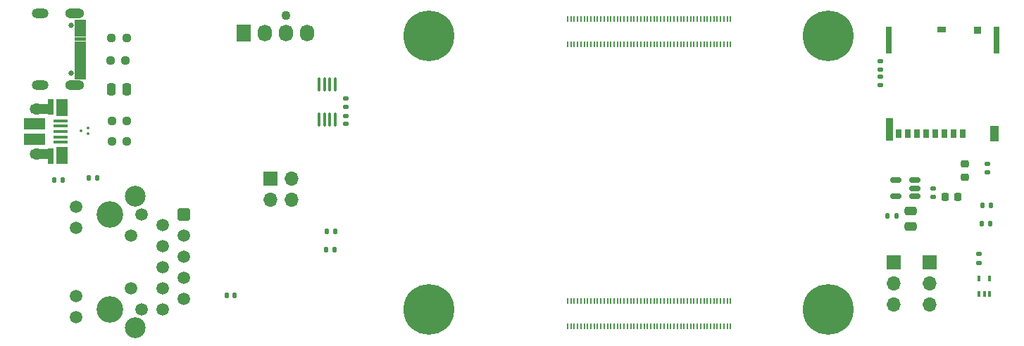
<source format=gbr>
%TF.GenerationSoftware,KiCad,Pcbnew,8.0.4*%
%TF.CreationDate,2024-11-24T01:25:27+11:00*%
%TF.ProjectId,cm4-bare-minimum,636d342d-6261-4726-952d-6d696e696d75,V0.1*%
%TF.SameCoordinates,Original*%
%TF.FileFunction,Soldermask,Top*%
%TF.FilePolarity,Negative*%
%FSLAX46Y46*%
G04 Gerber Fmt 4.6, Leading zero omitted, Abs format (unit mm)*
G04 Created by KiCad (PCBNEW 8.0.4) date 2024-11-24 01:25:27*
%MOMM*%
%LPD*%
G01*
G04 APERTURE LIST*
G04 Aperture macros list*
%AMRoundRect*
0 Rectangle with rounded corners*
0 $1 Rounding radius*
0 $2 $3 $4 $5 $6 $7 $8 $9 X,Y pos of 4 corners*
0 Add a 4 corners polygon primitive as box body*
4,1,4,$2,$3,$4,$5,$6,$7,$8,$9,$2,$3,0*
0 Add four circle primitives for the rounded corners*
1,1,$1+$1,$2,$3*
1,1,$1+$1,$4,$5*
1,1,$1+$1,$6,$7*
1,1,$1+$1,$8,$9*
0 Add four rect primitives between the rounded corners*
20,1,$1+$1,$2,$3,$4,$5,0*
20,1,$1+$1,$4,$5,$6,$7,0*
20,1,$1+$1,$6,$7,$8,$9,0*
20,1,$1+$1,$8,$9,$2,$3,0*%
G04 Aperture macros list end*
%ADD10C,0.010000*%
%ADD11RoundRect,0.135000X0.135000X0.185000X-0.135000X0.185000X-0.135000X-0.185000X0.135000X-0.185000X0*%
%ADD12RoundRect,0.140000X-0.170000X0.140000X-0.170000X-0.140000X0.170000X-0.140000X0.170000X0.140000X0*%
%ADD13RoundRect,0.237500X-0.250000X-0.237500X0.250000X-0.237500X0.250000X0.237500X-0.250000X0.237500X0*%
%ADD14RoundRect,0.135000X-0.135000X-0.185000X0.135000X-0.185000X0.135000X0.185000X-0.135000X0.185000X0*%
%ADD15RoundRect,0.140000X-0.140000X-0.170000X0.140000X-0.170000X0.140000X0.170000X-0.140000X0.170000X0*%
%ADD16RoundRect,0.218750X-0.256250X0.218750X-0.256250X-0.218750X0.256250X-0.218750X0.256250X0.218750X0*%
%ADD17RoundRect,0.135000X0.185000X-0.135000X0.185000X0.135000X-0.185000X0.135000X-0.185000X-0.135000X0*%
%ADD18C,3.200000*%
%ADD19RoundRect,0.250500X-0.499500X0.499500X-0.499500X-0.499500X0.499500X-0.499500X0.499500X0.499500X0*%
%ADD20C,1.500000*%
%ADD21C,2.500000*%
%ADD22RoundRect,0.135000X-0.185000X0.135000X-0.185000X-0.135000X0.185000X-0.135000X0.185000X0.135000X0*%
%ADD23RoundRect,0.218750X-0.218750X-0.256250X0.218750X-0.256250X0.218750X0.256250X-0.218750X0.256250X0*%
%ADD24C,1.100000*%
%ADD25R,1.730000X2.030000*%
%ADD26O,1.730000X2.030000*%
%ADD27R,1.700000X1.700000*%
%ADD28O,1.700000X1.700000*%
%ADD29RoundRect,0.100000X0.100000X-0.225000X0.100000X0.225000X-0.100000X0.225000X-0.100000X-0.225000X0*%
%ADD30RoundRect,0.100000X0.100000X-0.712500X0.100000X0.712500X-0.100000X0.712500X-0.100000X-0.712500X0*%
%ADD31C,0.650000*%
%ADD32O,2.304000X1.204000*%
%ADD33O,2.004000X1.204000*%
%ADD34R,0.700000X1.100000*%
%ADD35R,0.900000X0.930000*%
%ADD36R,1.050000X0.780000*%
%ADD37R,0.700000X3.330000*%
%ADD38R,1.140000X1.830000*%
%ADD39R,0.860000X2.800000*%
%ADD40RoundRect,0.250000X-0.250000X-0.475000X0.250000X-0.475000X0.250000X0.475000X-0.250000X0.475000X0*%
%ADD41RoundRect,0.150000X0.512500X0.150000X-0.512500X0.150000X-0.512500X-0.150000X0.512500X-0.150000X0*%
%ADD42C,6.100000*%
%ADD43R,0.200000X0.700000*%
%ADD44RoundRect,0.250000X-0.475000X0.250000X-0.475000X-0.250000X0.475000X-0.250000X0.475000X0.250000X0*%
%ADD45R,1.750000X0.400000*%
%ADD46R,0.700000X1.825000*%
%ADD47R,1.400000X2.000000*%
%ADD48R,2.000000X1.300000*%
%ADD49O,1.700000X1.300000*%
%ADD50O,1.400000X1.000000*%
%ADD51R,2.500000X1.425000*%
%ADD52RoundRect,0.075000X0.075000X-0.075000X0.075000X0.075000X-0.075000X0.075000X-0.075000X-0.075000X0*%
G04 APERTURE END LIST*
D10*
%TO.C,J4*%
X48280000Y-52245000D02*
X47030000Y-52245000D01*
X47030000Y-51545000D01*
X48280000Y-51545000D01*
X48280000Y-52245000D01*
G36*
X48280000Y-52245000D02*
G01*
X47030000Y-52245000D01*
X47030000Y-51545000D01*
X48280000Y-51545000D01*
X48280000Y-52245000D01*
G37*
X48280000Y-53045000D02*
X47030000Y-53045000D01*
X47030000Y-52345000D01*
X48280000Y-52345000D01*
X48280000Y-53045000D01*
G36*
X48280000Y-53045000D02*
G01*
X47030000Y-53045000D01*
X47030000Y-52345000D01*
X48280000Y-52345000D01*
X48280000Y-53045000D01*
G37*
X48280000Y-53545000D02*
X47030000Y-53545000D01*
X47030000Y-53145000D01*
X48280000Y-53145000D01*
X48280000Y-53545000D01*
G36*
X48280000Y-53545000D02*
G01*
X47030000Y-53545000D01*
X47030000Y-53145000D01*
X48280000Y-53145000D01*
X48280000Y-53545000D01*
G37*
X48280000Y-54045000D02*
X47030000Y-54045000D01*
X47030000Y-53645000D01*
X48280000Y-53645000D01*
X48280000Y-54045000D01*
G36*
X48280000Y-54045000D02*
G01*
X47030000Y-54045000D01*
X47030000Y-53645000D01*
X48280000Y-53645000D01*
X48280000Y-54045000D01*
G37*
X48280000Y-54545000D02*
X47030000Y-54545000D01*
X47030000Y-54145000D01*
X48280000Y-54145000D01*
X48280000Y-54545000D01*
G36*
X48280000Y-54545000D02*
G01*
X47030000Y-54545000D01*
X47030000Y-54145000D01*
X48280000Y-54145000D01*
X48280000Y-54545000D01*
G37*
X48280000Y-55045000D02*
X47030000Y-55045000D01*
X47030000Y-54645000D01*
X48280000Y-54645000D01*
X48280000Y-55045000D01*
G36*
X48280000Y-55045000D02*
G01*
X47030000Y-55045000D01*
X47030000Y-54645000D01*
X48280000Y-54645000D01*
X48280000Y-55045000D01*
G37*
X48280000Y-55545000D02*
X47030000Y-55545000D01*
X47030000Y-55145000D01*
X48280000Y-55145000D01*
X48280000Y-55545000D01*
G36*
X48280000Y-55545000D02*
G01*
X47030000Y-55545000D01*
X47030000Y-55145000D01*
X48280000Y-55145000D01*
X48280000Y-55545000D01*
G37*
X48280000Y-56045000D02*
X47030000Y-56045000D01*
X47030000Y-55645000D01*
X48280000Y-55645000D01*
X48280000Y-56045000D01*
G36*
X48280000Y-56045000D02*
G01*
X47030000Y-56045000D01*
X47030000Y-55645000D01*
X48280000Y-55645000D01*
X48280000Y-56045000D01*
G37*
X48280000Y-56545000D02*
X47030000Y-56545000D01*
X47030000Y-56145000D01*
X48280000Y-56145000D01*
X48280000Y-56545000D01*
G36*
X48280000Y-56545000D02*
G01*
X47030000Y-56545000D01*
X47030000Y-56145000D01*
X48280000Y-56145000D01*
X48280000Y-56545000D01*
G37*
X48280000Y-57045000D02*
X47030000Y-57045000D01*
X47030000Y-56645000D01*
X48280000Y-56645000D01*
X48280000Y-57045000D01*
G36*
X48280000Y-57045000D02*
G01*
X47030000Y-57045000D01*
X47030000Y-56645000D01*
X48280000Y-56645000D01*
X48280000Y-57045000D01*
G37*
X48280000Y-57845000D02*
X47030000Y-57845000D01*
X47030000Y-57145000D01*
X48280000Y-57145000D01*
X48280000Y-57845000D01*
G36*
X48280000Y-57845000D02*
G01*
X47030000Y-57845000D01*
X47030000Y-57145000D01*
X48280000Y-57145000D01*
X48280000Y-57845000D01*
G37*
X48280000Y-58645000D02*
X47030000Y-58645000D01*
X47030000Y-57945000D01*
X48280000Y-57945000D01*
X48280000Y-58645000D01*
G36*
X48280000Y-58645000D02*
G01*
X47030000Y-58645000D01*
X47030000Y-57945000D01*
X48280000Y-57945000D01*
X48280000Y-58645000D01*
G37*
%TD*%
D11*
%TO.C,R11*%
X78285000Y-79275000D03*
X77265000Y-79275000D03*
%TD*%
D12*
%TO.C,C1*%
X79650000Y-63170000D03*
X79650000Y-64130000D03*
%TD*%
D13*
%TO.C,R2*%
X51512500Y-63725000D03*
X53337500Y-63725000D03*
%TD*%
%TO.C,R3*%
X51512500Y-66235000D03*
X53337500Y-66235000D03*
%TD*%
D14*
%TO.C,R17*%
X156140000Y-73900000D03*
X157160000Y-73900000D03*
%TD*%
D15*
%TO.C,C4*%
X65320000Y-84775000D03*
X66280000Y-84775000D03*
%TD*%
D16*
%TO.C,D2*%
X154062500Y-68912500D03*
X154062500Y-70487500D03*
%TD*%
D17*
%TO.C,R4*%
X143875000Y-57585000D03*
X143875000Y-56565000D03*
%TD*%
D13*
%TO.C,R7*%
X51337500Y-56450000D03*
X53162500Y-56450000D03*
%TD*%
D18*
%TO.C,U5*%
X51237500Y-75010000D03*
X51237500Y-86440000D03*
D19*
X60127500Y-75010000D03*
D20*
X57587500Y-76280000D03*
X60127500Y-77550000D03*
X57587500Y-78820000D03*
X60127500Y-80090000D03*
X57587500Y-81360000D03*
X60127500Y-82630000D03*
X57587500Y-83900000D03*
X60127500Y-85170000D03*
X57587500Y-86440000D03*
X55067500Y-75010000D03*
X53797500Y-77550000D03*
X53797500Y-83900000D03*
X55067500Y-86440000D03*
X47177500Y-74095000D03*
X47177500Y-76635000D03*
X47177500Y-84815000D03*
X47177500Y-87355000D03*
D21*
X54287500Y-72850000D03*
X54287500Y-88600000D03*
%TD*%
D14*
%TO.C,R15*%
X48740000Y-70625000D03*
X49760000Y-70625000D03*
%TD*%
D22*
%TO.C,R1*%
X79650000Y-61015000D03*
X79650000Y-62035000D03*
%TD*%
D23*
%TO.C,D1*%
X151650000Y-72875000D03*
X153225000Y-72875000D03*
%TD*%
D22*
%TO.C,R9*%
X155750000Y-79790000D03*
X155750000Y-80810000D03*
%TD*%
D11*
%TO.C,R8*%
X145810000Y-75150000D03*
X144790000Y-75150000D03*
%TD*%
D24*
%TO.C,J1*%
X72435000Y-51040000D03*
D25*
X67355000Y-53200000D03*
D26*
X69895000Y-53200000D03*
X72435000Y-53200000D03*
X74975000Y-53200000D03*
%TD*%
D27*
%TO.C,J5*%
X145525000Y-80725000D03*
D28*
X145525000Y-83265000D03*
X145525000Y-85805000D03*
%TD*%
D29*
%TO.C,U4*%
X155762500Y-84600000D03*
X156412500Y-84600000D03*
X157062500Y-84600000D03*
X157062500Y-82700000D03*
X155762500Y-82700000D03*
%TD*%
D13*
%TO.C,R6*%
X51487500Y-53725000D03*
X53312500Y-53725000D03*
%TD*%
D30*
%TO.C,U2*%
X76425000Y-63612500D03*
X77075000Y-63612500D03*
X77725000Y-63612500D03*
X78375000Y-63612500D03*
X78375000Y-59387500D03*
X77725000Y-59387500D03*
X77075000Y-59387500D03*
X76425000Y-59387500D03*
%TD*%
D31*
%TO.C,J4*%
X46580000Y-52205000D03*
X46580000Y-57985000D03*
D32*
X47080000Y-50775000D03*
X47080000Y-59415000D03*
D33*
X42900000Y-50775000D03*
X42900000Y-59415000D03*
%TD*%
D14*
%TO.C,R16*%
X156115000Y-76125000D03*
X157135000Y-76125000D03*
%TD*%
D34*
%TO.C,J3*%
X153780000Y-65300000D03*
X152680000Y-65300000D03*
X151580000Y-65300000D03*
X150480000Y-65300000D03*
X149380000Y-65300000D03*
X148280000Y-65300000D03*
X147180000Y-65300000D03*
X146080000Y-65300000D03*
D35*
X155570000Y-52835000D03*
D36*
X151305000Y-52760000D03*
D37*
X157880000Y-54035000D03*
D38*
X157660000Y-65285000D03*
D39*
X145000000Y-64800000D03*
D37*
X144920000Y-54035000D03*
%TD*%
D40*
%TO.C,C3*%
X51425000Y-59900000D03*
X53325000Y-59900000D03*
%TD*%
D17*
%TO.C,R10*%
X150262500Y-72860000D03*
X150262500Y-71840000D03*
%TD*%
D22*
%TO.C,R12*%
X156762500Y-68915000D03*
X156762500Y-69935000D03*
%TD*%
D41*
%TO.C,U3*%
X148012500Y-72787500D03*
X148012500Y-71837500D03*
X148012500Y-70887500D03*
X145737500Y-70887500D03*
X145737500Y-72787500D03*
%TD*%
D27*
%TO.C,J7*%
X70575000Y-70700000D03*
D28*
X73115000Y-70700000D03*
X70575000Y-73240000D03*
X73115000Y-73240000D03*
%TD*%
D42*
%TO.C,Module1*%
X89600000Y-86475000D03*
X137600000Y-86475000D03*
X89600000Y-53475000D03*
X137600000Y-53475000D03*
D43*
X106300000Y-88475000D03*
X106300000Y-85395000D03*
X106700000Y-88475000D03*
X106700000Y-85395000D03*
X107100000Y-88475000D03*
X107100000Y-85395000D03*
X107500000Y-88475000D03*
X107500000Y-85395000D03*
X107900000Y-88475000D03*
X107900000Y-85395000D03*
X108300000Y-88475000D03*
X108300000Y-85395000D03*
X108700000Y-88475000D03*
X108700000Y-85395000D03*
X109100000Y-88475000D03*
X109100000Y-85395000D03*
X109500000Y-88475000D03*
X109500000Y-85395000D03*
X109900000Y-88475000D03*
X109900000Y-85395000D03*
X110300000Y-88475000D03*
X110300000Y-85395000D03*
X110700000Y-88475000D03*
X110700000Y-85395000D03*
X111100000Y-88475000D03*
X111100000Y-85395000D03*
X111500000Y-88475000D03*
X111500000Y-85395000D03*
X111900000Y-88475000D03*
X111900000Y-85395000D03*
X112300000Y-88475000D03*
X112300000Y-85395000D03*
X112700000Y-88475000D03*
X112700000Y-85395000D03*
X113100000Y-88475000D03*
X113100000Y-85395000D03*
X113500000Y-88475000D03*
X113500000Y-85395000D03*
X113900000Y-88475000D03*
X113900000Y-85395000D03*
X114300000Y-88475000D03*
X114300000Y-85395000D03*
X114700000Y-88475000D03*
X114700000Y-85395000D03*
X115100000Y-88475000D03*
X115100000Y-85395000D03*
X115500000Y-88475000D03*
X115500000Y-85395000D03*
X115900000Y-88475000D03*
X115900000Y-85395000D03*
X116300000Y-88475000D03*
X116300000Y-85395000D03*
X116700000Y-88475000D03*
X116700000Y-85395000D03*
X117100000Y-88475000D03*
X117100000Y-85395000D03*
X117500000Y-88475000D03*
X117500000Y-85395000D03*
X117900000Y-88475000D03*
X117900000Y-85395000D03*
X118300000Y-88475000D03*
X118300000Y-85395000D03*
X118700000Y-88475000D03*
X118700000Y-85395000D03*
X119100000Y-88475000D03*
X119100000Y-85395000D03*
X119500000Y-88475000D03*
X119500000Y-85395000D03*
X119900000Y-88475000D03*
X119900000Y-85395000D03*
X120300000Y-88475000D03*
X120300000Y-85395000D03*
X120700000Y-88475000D03*
X120700000Y-85395000D03*
X121100000Y-88475000D03*
X121100000Y-85395000D03*
X121500000Y-88475000D03*
X121500000Y-85395000D03*
X121900000Y-88475000D03*
X121900000Y-85395000D03*
X122300000Y-88475000D03*
X122300000Y-85395000D03*
X122700000Y-88475000D03*
X122700000Y-85395000D03*
X123100000Y-88475000D03*
X123100000Y-85395000D03*
X123500000Y-88475000D03*
X123500000Y-85395000D03*
X123900000Y-88475000D03*
X123900000Y-85395000D03*
X124300000Y-88475000D03*
X124300000Y-85395000D03*
X124700000Y-88475000D03*
X124700000Y-85395000D03*
X125100000Y-88475000D03*
X125100000Y-85395000D03*
X125500000Y-88475000D03*
X125500000Y-85395000D03*
X125900000Y-88475000D03*
X125900000Y-85395000D03*
X106300000Y-54555000D03*
X106300000Y-51475000D03*
X106700000Y-54555000D03*
X106700000Y-51475000D03*
X107100000Y-54555000D03*
X107100000Y-51475000D03*
X107500000Y-54555000D03*
X107500000Y-51475000D03*
X107900000Y-54555000D03*
X107900000Y-51475000D03*
X108300000Y-54555000D03*
X108300000Y-51475000D03*
X108700000Y-54555000D03*
X108700000Y-51475000D03*
X109100000Y-54555000D03*
X109100000Y-51475000D03*
X109500000Y-54555000D03*
X109500000Y-51475000D03*
X109900000Y-54555000D03*
X109900000Y-51475000D03*
X110300000Y-54555000D03*
X110300000Y-51475000D03*
X110700000Y-54555000D03*
X110700000Y-51475000D03*
X111100000Y-54555000D03*
X111100000Y-51475000D03*
X111500000Y-54555000D03*
X111500000Y-51475000D03*
X111900000Y-54555000D03*
X111900000Y-51475000D03*
X112300000Y-54555000D03*
X112300000Y-51475000D03*
X112700000Y-54555000D03*
X112700000Y-51475000D03*
X113100000Y-54555000D03*
X113100000Y-51475000D03*
X113500000Y-54555000D03*
X113500000Y-51475000D03*
X113900000Y-54555000D03*
X113900000Y-51475000D03*
X114300000Y-54555000D03*
X114300000Y-51475000D03*
X114700000Y-54555000D03*
X114700000Y-51475000D03*
X115100000Y-54555000D03*
X115100000Y-51475000D03*
X115500000Y-54555000D03*
X115500000Y-51475000D03*
X115900000Y-54555000D03*
X115900000Y-51475000D03*
X116300000Y-54555000D03*
X116300000Y-51475000D03*
X116700000Y-54555000D03*
X116700000Y-51475000D03*
X117100000Y-54555000D03*
X117100000Y-51475000D03*
X117500000Y-54555000D03*
X117500000Y-51475000D03*
X117900000Y-54555000D03*
X117900000Y-51475000D03*
X118300000Y-54555000D03*
X118300000Y-51475000D03*
X118700000Y-54555000D03*
X118700000Y-51475000D03*
X119100000Y-54555000D03*
X119100000Y-51475000D03*
X119500000Y-54555000D03*
X119500000Y-51475000D03*
X119900000Y-54555000D03*
X119900000Y-51475000D03*
X120300000Y-54555000D03*
X120300000Y-51475000D03*
X120700000Y-54555000D03*
X120700000Y-51475000D03*
X121100000Y-54555000D03*
X121100000Y-51475000D03*
X121500000Y-54555000D03*
X121500000Y-51475000D03*
X121900000Y-54555000D03*
X121900000Y-51475000D03*
X122300000Y-54555000D03*
X122300000Y-51475000D03*
X122700000Y-54555000D03*
X122700000Y-51475000D03*
X123100000Y-54555000D03*
X123100000Y-51475000D03*
X123500000Y-54555000D03*
X123500000Y-51475000D03*
X123900000Y-54555000D03*
X123900000Y-51475000D03*
X124300000Y-54555000D03*
X124300000Y-51475000D03*
X124700000Y-54555000D03*
X124700000Y-51475000D03*
X125100000Y-54555000D03*
X125100000Y-51475000D03*
X125500000Y-54555000D03*
X125500000Y-51475000D03*
X125900000Y-54555000D03*
X125900000Y-51475000D03*
%TD*%
D17*
%TO.C,R5*%
X143900000Y-59460000D03*
X143900000Y-58440000D03*
%TD*%
D44*
%TO.C,C2*%
X147575000Y-74575000D03*
X147575000Y-76475000D03*
%TD*%
D14*
%TO.C,R14*%
X44590000Y-70825000D03*
X45610000Y-70825000D03*
%TD*%
D45*
%TO.C,J2*%
X45320000Y-63725000D03*
X45320000Y-64375000D03*
X45320000Y-65025000D03*
X45320000Y-65675000D03*
X45320000Y-66325000D03*
D46*
X44200000Y-62037500D03*
D47*
X45560000Y-62175000D03*
D48*
X43430000Y-62300000D03*
D49*
X42500000Y-62300000D03*
D50*
X45530000Y-62600000D03*
D51*
X42250000Y-64062500D03*
X42250000Y-65987500D03*
D50*
X45530000Y-67450000D03*
D48*
X43430000Y-67750000D03*
D49*
X42500000Y-67750000D03*
D47*
X45560000Y-67925000D03*
D46*
X44200000Y-68012500D03*
%TD*%
D52*
%TO.C,U1*%
X48687500Y-65297500D03*
X48687500Y-64597500D03*
X47837500Y-64947500D03*
%TD*%
D27*
%TO.C,J6*%
X149850000Y-80750000D03*
D28*
X149850000Y-83290000D03*
X149850000Y-85830000D03*
%TD*%
D11*
%TO.C,R13*%
X78385000Y-77075000D03*
X77365000Y-77075000D03*
%TD*%
M02*

</source>
